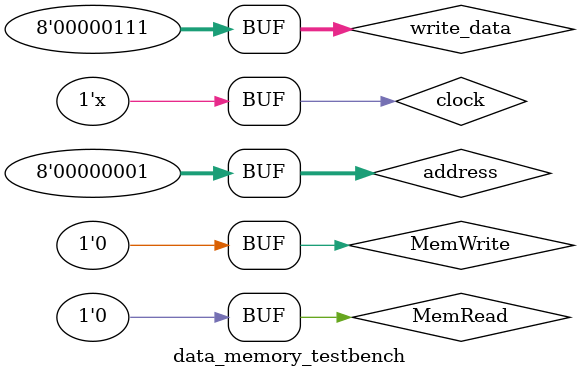
<source format=v>
`timescale 1ns / 1ps
`include "data_memory.v"

module data_memory_testbench();
    reg [7:0] address;
    reg [7:0] write_data;
    reg MemWrite;
    reg MemRead;
    reg clock;
    
    wire [7:0] data_out;

    data_memory dm(.address(address), .write_data(write_data), .MemWrite(MemWrite), .MemRead(MemRead), .clock(clock), .data_out(data_out)); 

    //Set up the clock and variables
    initial
        begin
            clock = 0;
            MemWrite = 0;
            MemRead = 0;
            write_data = 8'b00000111;
            address = 8'b00000001;
        end
        
    //Tick clock every 10 time units
    always
        #10 clock = ~clock;

    initial
        begin
            //Check that memory is zero'd and nothing changes, output of 0
            #40;
            //Check that given address, write to the address, output of 0
            MemWrite = 1;
            #20;
            //Check that given address, output the value at the address, no memory changes
            MemWrite = 0;
            MemRead = 1;
            #20
            //Turn off everything and check nothing changes, output of 0
            MemRead = 0;
        end

endmodule

</source>
